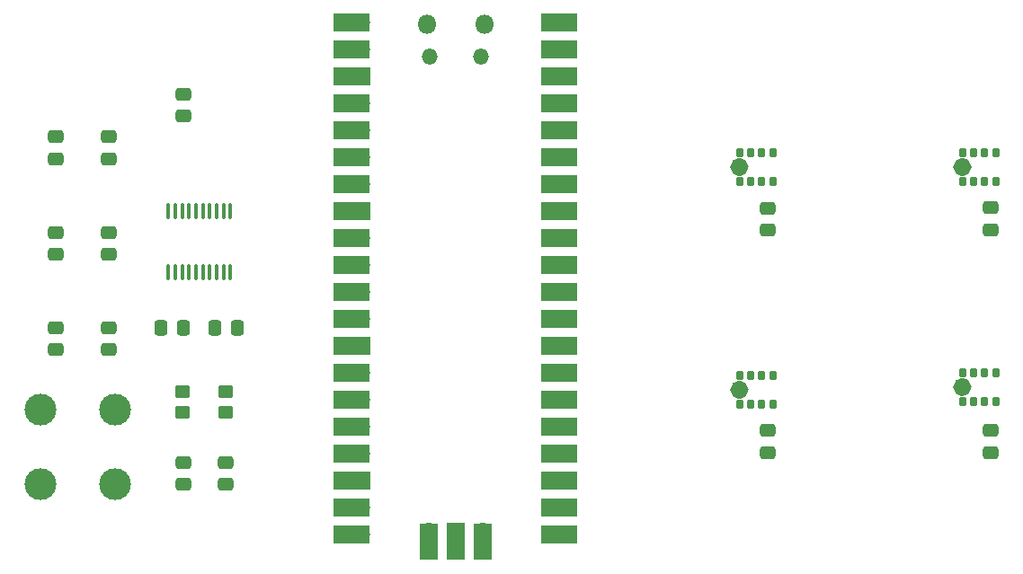
<source format=gts>
G04 #@! TF.GenerationSoftware,KiCad,Pcbnew,8.0.8*
G04 #@! TF.CreationDate,2025-04-19T00:37:25+02:00*
G04 #@! TF.ProjectId,noise_reduction_microphone,6e6f6973-655f-4726-9564-756374696f6e,rev?*
G04 #@! TF.SameCoordinates,Original*
G04 #@! TF.FileFunction,Soldermask,Top*
G04 #@! TF.FilePolarity,Negative*
%FSLAX46Y46*%
G04 Gerber Fmt 4.6, Leading zero omitted, Abs format (unit mm)*
G04 Created by KiCad (PCBNEW 8.0.8) date 2025-04-19 00:37:25*
%MOMM*%
%LPD*%
G01*
G04 APERTURE LIST*
G04 Aperture macros list*
%AMRoundRect*
0 Rectangle with rounded corners*
0 $1 Rounding radius*
0 $2 $3 $4 $5 $6 $7 $8 $9 X,Y pos of 4 corners*
0 Add a 4 corners polygon primitive as box body*
4,1,4,$2,$3,$4,$5,$6,$7,$8,$9,$2,$3,0*
0 Add four circle primitives for the rounded corners*
1,1,$1+$1,$2,$3*
1,1,$1+$1,$4,$5*
1,1,$1+$1,$6,$7*
1,1,$1+$1,$8,$9*
0 Add four rect primitives between the rounded corners*
20,1,$1+$1,$2,$3,$4,$5,0*
20,1,$1+$1,$4,$5,$6,$7,0*
20,1,$1+$1,$6,$7,$8,$9,0*
20,1,$1+$1,$8,$9,$2,$3,0*%
G04 Aperture macros list end*
%ADD10C,0.880000*%
%ADD11C,3.000000*%
%ADD12O,1.800000X1.800000*%
%ADD13O,1.500000X1.500000*%
%ADD14O,1.700000X1.700000*%
%ADD15R,3.500000X1.700000*%
%ADD16R,1.700000X1.700000*%
%ADD17R,1.700000X3.500000*%
%ADD18RoundRect,0.100000X0.100000X-0.637500X0.100000X0.637500X-0.100000X0.637500X-0.100000X-0.637500X0*%
%ADD19RoundRect,0.250000X-0.450000X0.350000X-0.450000X-0.350000X0.450000X-0.350000X0.450000X0.350000X0*%
%ADD20RoundRect,0.102000X-0.200000X-0.300000X0.200000X-0.300000X0.200000X0.300000X-0.200000X0.300000X0*%
%ADD21C,0.750000*%
%ADD22RoundRect,0.250000X-0.475000X0.337500X-0.475000X-0.337500X0.475000X-0.337500X0.475000X0.337500X0*%
%ADD23RoundRect,0.250000X0.475000X-0.337500X0.475000X0.337500X-0.475000X0.337500X-0.475000X-0.337500X0*%
%ADD24RoundRect,0.250000X-0.337500X-0.475000X0.337500X-0.475000X0.337500X0.475000X-0.337500X0.475000X0*%
G04 APERTURE END LIST*
D10*
G04 #@! TO.C,MK1*
X145280000Y-91130000D02*
G75*
G02*
X144400000Y-91130000I-440000J0D01*
G01*
X144400000Y-91130000D02*
G75*
G02*
X145280000Y-91130000I440000J0D01*
G01*
G04 #@! TO.C,MK4*
X145280000Y-112130000D02*
G75*
G02*
X144400000Y-112130000I-440000J0D01*
G01*
X144400000Y-112130000D02*
G75*
G02*
X145280000Y-112130000I440000J0D01*
G01*
G04 #@! TO.C,MK2*
X166280000Y-91130000D02*
G75*
G02*
X165400000Y-91130000I-440000J0D01*
G01*
X165400000Y-91130000D02*
G75*
G02*
X166280000Y-91130000I440000J0D01*
G01*
G04 #@! TO.C,MK3*
X166280000Y-111870000D02*
G75*
G02*
X165400000Y-111870000I-440000J0D01*
G01*
X165400000Y-111870000D02*
G75*
G02*
X166280000Y-111870000I440000J0D01*
G01*
G04 #@! TD*
D11*
G04 #@! TO.C,J4*
X86000000Y-121000000D03*
G04 #@! TD*
G04 #@! TO.C,J3*
X86000000Y-114000000D03*
G04 #@! TD*
G04 #@! TO.C,J2*
X79000000Y-114000000D03*
G04 #@! TD*
G04 #@! TO.C,J1*
X79000000Y-121000000D03*
G04 #@! TD*
D12*
G04 #@! TO.C,U2*
X115385000Y-77650000D03*
D13*
X115685000Y-80680000D03*
X120535000Y-80680000D03*
D12*
X120835000Y-77650000D03*
D14*
X109220000Y-77520000D03*
D15*
X108320000Y-77520000D03*
D14*
X109220000Y-80060000D03*
D15*
X108320000Y-80060000D03*
D16*
X109220000Y-82600000D03*
D15*
X108320000Y-82600000D03*
D14*
X109220000Y-85140000D03*
D15*
X108320000Y-85140000D03*
D14*
X109220000Y-87680000D03*
D15*
X108320000Y-87680000D03*
D14*
X109220000Y-90220000D03*
D15*
X108320000Y-90220000D03*
D14*
X109220000Y-92760000D03*
D15*
X108320000Y-92760000D03*
D16*
X109220000Y-95300000D03*
D15*
X108320000Y-95300000D03*
D14*
X109220000Y-97840000D03*
D15*
X108320000Y-97840000D03*
D14*
X109220000Y-100380000D03*
D15*
X108320000Y-100380000D03*
D14*
X109220000Y-102920000D03*
D15*
X108320000Y-102920000D03*
D14*
X109220000Y-105460000D03*
D15*
X108320000Y-105460000D03*
D16*
X109220000Y-108000000D03*
D15*
X108320000Y-108000000D03*
D14*
X109220000Y-110540000D03*
D15*
X108320000Y-110540000D03*
D14*
X109220000Y-113080000D03*
D15*
X108320000Y-113080000D03*
D14*
X109220000Y-115620000D03*
D15*
X108320000Y-115620000D03*
D14*
X109220000Y-118160000D03*
D15*
X108320000Y-118160000D03*
D16*
X109220000Y-120700000D03*
D15*
X108320000Y-120700000D03*
D14*
X109220000Y-123240000D03*
D15*
X108320000Y-123240000D03*
D14*
X109220000Y-125780000D03*
D15*
X108320000Y-125780000D03*
D14*
X127000000Y-125780000D03*
D15*
X127900000Y-125780000D03*
D14*
X127000000Y-123240000D03*
D15*
X127900000Y-123240000D03*
D16*
X127000000Y-120700000D03*
D15*
X127900000Y-120700000D03*
D14*
X127000000Y-118160000D03*
D15*
X127900000Y-118160000D03*
D14*
X127000000Y-115620000D03*
D15*
X127900000Y-115620000D03*
D14*
X127000000Y-113080000D03*
D15*
X127900000Y-113080000D03*
D14*
X127000000Y-110540000D03*
D15*
X127900000Y-110540000D03*
D16*
X127000000Y-108000000D03*
D15*
X127900000Y-108000000D03*
D14*
X127000000Y-105460000D03*
D15*
X127900000Y-105460000D03*
D14*
X127000000Y-102920000D03*
D15*
X127900000Y-102920000D03*
D14*
X127000000Y-100380000D03*
D15*
X127900000Y-100380000D03*
D14*
X127000000Y-97840000D03*
D15*
X127900000Y-97840000D03*
D16*
X127000000Y-95300000D03*
D15*
X127900000Y-95300000D03*
D14*
X127000000Y-92760000D03*
D15*
X127900000Y-92760000D03*
D14*
X127000000Y-90220000D03*
D15*
X127900000Y-90220000D03*
D14*
X127000000Y-87680000D03*
D15*
X127900000Y-87680000D03*
D14*
X127000000Y-85140000D03*
D15*
X127900000Y-85140000D03*
D16*
X127000000Y-82600000D03*
D15*
X127900000Y-82600000D03*
D14*
X127000000Y-80060000D03*
D15*
X127900000Y-80060000D03*
D14*
X127000000Y-77520000D03*
D15*
X127900000Y-77520000D03*
D14*
X115570000Y-125550000D03*
D17*
X115570000Y-126450000D03*
D16*
X118110000Y-125550000D03*
D17*
X118110000Y-126450000D03*
D14*
X120650000Y-125550000D03*
D17*
X120650000Y-126450000D03*
G04 #@! TD*
D18*
G04 #@! TO.C,U1*
X91050000Y-101000000D03*
X91700000Y-101000000D03*
X92350000Y-101000000D03*
X93000000Y-101000000D03*
X93650000Y-101000000D03*
X94300000Y-101000000D03*
X94950000Y-101000000D03*
X95600000Y-101000000D03*
X96250000Y-101000000D03*
X96900000Y-101000000D03*
X96900000Y-95275000D03*
X96250000Y-95275000D03*
X95600000Y-95275000D03*
X94950000Y-95275000D03*
X94300000Y-95275000D03*
X93650000Y-95275000D03*
X93000000Y-95275000D03*
X92350000Y-95275000D03*
X91700000Y-95275000D03*
X91050000Y-95275000D03*
G04 #@! TD*
D19*
G04 #@! TO.C,R2*
X92425000Y-112275000D03*
X92425000Y-114275000D03*
G04 #@! TD*
G04 #@! TO.C,R1*
X96425000Y-112275000D03*
X96425000Y-114275000D03*
G04 #@! TD*
D20*
G04 #@! TO.C,MK1*
X144850000Y-92460000D03*
X145900000Y-92460000D03*
X144850000Y-89800000D03*
X145900000Y-89800000D03*
D21*
X144840000Y-91130000D03*
D20*
X146950000Y-92460000D03*
X148000000Y-92460000D03*
X146950000Y-89800000D03*
X148000000Y-89800000D03*
G04 #@! TD*
D22*
G04 #@! TO.C,C15*
X168520000Y-115962500D03*
X168520000Y-118037500D03*
G04 #@! TD*
G04 #@! TO.C,C14*
X147520000Y-115962500D03*
X147520000Y-118037500D03*
G04 #@! TD*
G04 #@! TO.C,C13*
X168520000Y-94962500D03*
X168520000Y-97037500D03*
G04 #@! TD*
G04 #@! TO.C,C12*
X147520000Y-95000000D03*
X147520000Y-97075000D03*
G04 #@! TD*
D23*
G04 #@! TO.C,C11*
X80475000Y-90350000D03*
X80475000Y-88275000D03*
G04 #@! TD*
G04 #@! TO.C,C10*
X85475000Y-90350000D03*
X85475000Y-88275000D03*
G04 #@! TD*
G04 #@! TO.C,C9*
X80475000Y-99350000D03*
X80475000Y-97275000D03*
G04 #@! TD*
G04 #@! TO.C,C8*
X85475000Y-99350000D03*
X85475000Y-97275000D03*
G04 #@! TD*
G04 #@! TO.C,C7*
X80475000Y-108350000D03*
X80475000Y-106275000D03*
G04 #@! TD*
G04 #@! TO.C,C6*
X85475000Y-108350000D03*
X85475000Y-106275000D03*
G04 #@! TD*
G04 #@! TO.C,C5*
X96455000Y-118967500D03*
X96455000Y-121042500D03*
G04 #@! TD*
D24*
G04 #@! TO.C,C4*
X95475000Y-106275000D03*
X97550000Y-106275000D03*
G04 #@! TD*
G04 #@! TO.C,C3*
X90400000Y-106275000D03*
X92475000Y-106275000D03*
G04 #@! TD*
D23*
G04 #@! TO.C,C2*
X92475000Y-86350000D03*
X92475000Y-84275000D03*
G04 #@! TD*
D22*
G04 #@! TO.C,C1*
X92455000Y-118967500D03*
X92455000Y-121042500D03*
G04 #@! TD*
D20*
G04 #@! TO.C,MK4*
X148000000Y-110800000D03*
X146950000Y-110800000D03*
X148000000Y-113460000D03*
X146950000Y-113460000D03*
D21*
X144840000Y-112130000D03*
D20*
X145900000Y-110800000D03*
X144850000Y-110800000D03*
X145900000Y-113460000D03*
X144850000Y-113460000D03*
G04 #@! TD*
G04 #@! TO.C,MK2*
X165850000Y-92460000D03*
X166900000Y-92460000D03*
X165850000Y-89800000D03*
X166900000Y-89800000D03*
D21*
X165840000Y-91130000D03*
D20*
X167950000Y-92460000D03*
X169000000Y-92460000D03*
X167950000Y-89800000D03*
X169000000Y-89800000D03*
G04 #@! TD*
G04 #@! TO.C,MK3*
X169000000Y-110540000D03*
X167950000Y-110540000D03*
X169000000Y-113200000D03*
X167950000Y-113200000D03*
D21*
X165840000Y-111870000D03*
D20*
X166900000Y-110540000D03*
X165850000Y-110540000D03*
X166900000Y-113200000D03*
X165850000Y-113200000D03*
G04 #@! TD*
M02*

</source>
